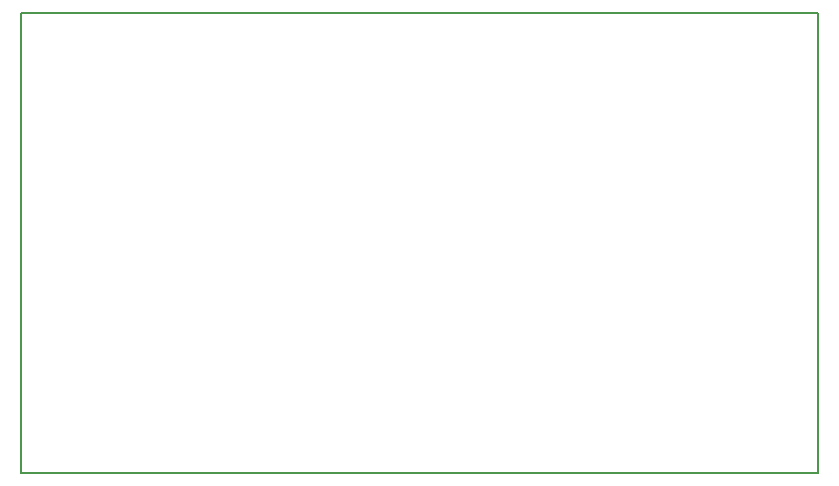
<source format=gbr>
%TF.GenerationSoftware,KiCad,Pcbnew,8.0.1*%
%TF.CreationDate,2024-04-27T05:15:47+02:00*%
%TF.ProjectId,driver_v2,64726976-6572-45f7-9632-2e6b69636164,rev?*%
%TF.SameCoordinates,Original*%
%TF.FileFunction,Profile,NP*%
%FSLAX46Y46*%
G04 Gerber Fmt 4.6, Leading zero omitted, Abs format (unit mm)*
G04 Created by KiCad (PCBNEW 8.0.1) date 2024-04-27 05:15:47*
%MOMM*%
%LPD*%
G01*
G04 APERTURE LIST*
%TA.AperFunction,Profile*%
%ADD10C,0.200000*%
%TD*%
G04 APERTURE END LIST*
D10*
X105500000Y-58500000D02*
X173000000Y-58500000D01*
X173000000Y-97500000D01*
X105500000Y-97500000D01*
X105500000Y-58500000D01*
M02*

</source>
